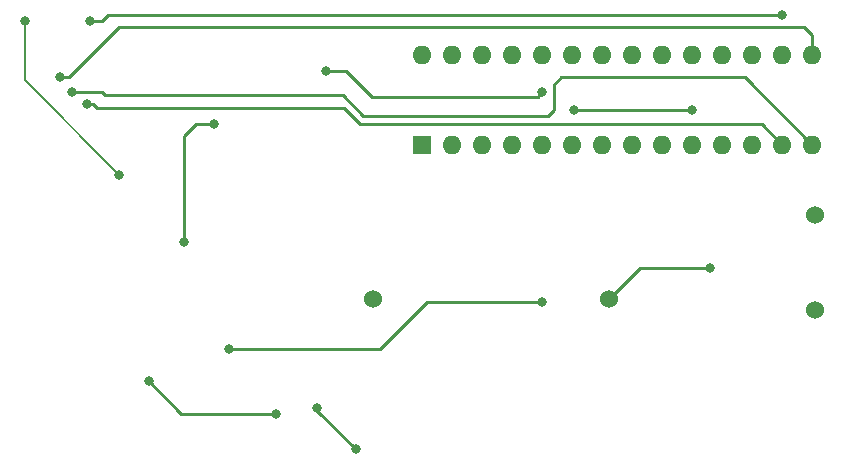
<source format=gbr>
G04 #@! TF.GenerationSoftware,KiCad,Pcbnew,5.0.2-bee76a0~70~ubuntu16.04.1*
G04 #@! TF.CreationDate,2019-03-02T11:38:04+08:00*
G04 #@! TF.ProjectId,OTP,4f54502e-6b69-4636-9164-5f7063625858,v01*
G04 #@! TF.SameCoordinates,Original*
G04 #@! TF.FileFunction,Copper,L2,Bot*
G04 #@! TF.FilePolarity,Positive*
%FSLAX46Y46*%
G04 Gerber Fmt 4.6, Leading zero omitted, Abs format (unit mm)*
G04 Created by KiCad (PCBNEW 5.0.2-bee76a0~70~ubuntu16.04.1) date Saturday, 02 March, 2019 11:38:04 AM PST*
%MOMM*%
%LPD*%
G01*
G04 APERTURE LIST*
G04 #@! TA.AperFunction,ComponentPad*
%ADD10C,1.524000*%
G04 #@! TD*
G04 #@! TA.AperFunction,ComponentPad*
%ADD11O,1.600000X1.600000*%
G04 #@! TD*
G04 #@! TA.AperFunction,ComponentPad*
%ADD12R,1.600000X1.600000*%
G04 #@! TD*
G04 #@! TA.AperFunction,ViaPad*
%ADD13C,0.800000*%
G04 #@! TD*
G04 #@! TA.AperFunction,Conductor*
%ADD14C,0.250000*%
G04 #@! TD*
G04 #@! TA.AperFunction,Conductor*
%ADD15C,0.200000*%
G04 #@! TD*
G04 APERTURE END LIST*
D10*
G04 #@! TO.P,BT1,2*
G04 #@! TO.N,GND*
X217424000Y-66930000D03*
G04 #@! TO.P,BT1,1*
G04 #@! TO.N,VDC*
X217424000Y-74930000D03*
G04 #@! TD*
G04 #@! TO.P,BT2,1*
G04 #@! TO.N,Batt*
X180000000Y-74000000D03*
G04 #@! TO.P,BT2,2*
G04 #@! TO.N,GND*
X200000000Y-74000000D03*
G04 #@! TD*
D11*
G04 #@! TO.P,U1,28*
G04 #@! TO.N,SCL*
X184150000Y-53340000D03*
G04 #@! TO.P,U1,14*
G04 #@! TO.N,RES*
X217170000Y-60960000D03*
G04 #@! TO.P,U1,27*
G04 #@! TO.N,SDA*
X186690000Y-53340000D03*
G04 #@! TO.P,U1,13*
G04 #@! TO.N,BUSY*
X214630000Y-60960000D03*
G04 #@! TO.P,U1,26*
G04 #@! TO.N,Net-(U1-Pad26)*
X189230000Y-53340000D03*
G04 #@! TO.P,U1,12*
G04 #@! TO.N,Net-(U1-Pad12)*
X212090000Y-60960000D03*
G04 #@! TO.P,U1,25*
G04 #@! TO.N,Net-(U1-Pad25)*
X191770000Y-53340000D03*
G04 #@! TO.P,U1,11*
G04 #@! TO.N,Net-(U1-Pad11)*
X209550000Y-60960000D03*
G04 #@! TO.P,U1,24*
G04 #@! TO.N,Net-(U1-Pad24)*
X194310000Y-53340000D03*
G04 #@! TO.P,U1,10*
G04 #@! TO.N,Net-(U1-Pad10)*
X207010000Y-60960000D03*
G04 #@! TO.P,U1,23*
G04 #@! TO.N,Net-(U1-Pad23)*
X196850000Y-53340000D03*
G04 #@! TO.P,U1,9*
G04 #@! TO.N,Net-(U1-Pad9)*
X204470000Y-60960000D03*
G04 #@! TO.P,U1,22*
G04 #@! TO.N,GND*
X199390000Y-53340000D03*
G04 #@! TO.P,U1,8*
X201930000Y-60960000D03*
G04 #@! TO.P,U1,21*
X201930000Y-53340000D03*
G04 #@! TO.P,U1,7*
G04 #@! TO.N,VDC*
X199390000Y-60960000D03*
G04 #@! TO.P,U1,20*
X204470000Y-53340000D03*
G04 #@! TO.P,U1,6*
G04 #@! TO.N,Net-(U1-Pad6)*
X196850000Y-60960000D03*
G04 #@! TO.P,U1,19*
G04 #@! TO.N,SCLK*
X207010000Y-53340000D03*
G04 #@! TO.P,U1,5*
G04 #@! TO.N,Net-(U1-Pad5)*
X194310000Y-60960000D03*
G04 #@! TO.P,U1,18*
G04 #@! TO.N,Net-(U1-Pad18)*
X209550000Y-53340000D03*
G04 #@! TO.P,U1,4*
G04 #@! TO.N,Net-(Q2-Pad2)*
X191770000Y-60960000D03*
G04 #@! TO.P,U1,17*
G04 #@! TO.N,SDI*
X212090000Y-53340000D03*
G04 #@! TO.P,U1,3*
G04 #@! TO.N,Net-(U1-Pad3)*
X189230000Y-60960000D03*
G04 #@! TO.P,U1,16*
G04 #@! TO.N,CS*
X214630000Y-53340000D03*
G04 #@! TO.P,U1,2*
G04 #@! TO.N,Net-(U1-Pad2)*
X186690000Y-60960000D03*
G04 #@! TO.P,U1,15*
G04 #@! TO.N,DC*
X217170000Y-53340000D03*
D12*
G04 #@! TO.P,U1,1*
G04 #@! TO.N,Net-(U1-Pad1)*
X184150000Y-60960000D03*
G04 #@! TD*
D13*
G04 #@! TO.N,VDC*
X194250000Y-74250000D03*
X167750000Y-78250000D03*
X150500000Y-50500000D03*
X158500000Y-63500000D03*
G04 #@! TO.N,GND*
X207000000Y-58000000D03*
X197000000Y-58000000D03*
X208534000Y-71374000D03*
G04 #@! TO.N,QGND*
X178500000Y-86750000D03*
X175250000Y-83250000D03*
X164000000Y-69250000D03*
X166500000Y-59250000D03*
G04 #@! TO.N,Net-(C2-Pad2)*
X161000000Y-81000000D03*
X171750000Y-83750000D03*
G04 #@! TO.N,BUSY*
X155750000Y-57500000D03*
G04 #@! TO.N,RES*
X154500000Y-56500000D03*
G04 #@! TO.N,DC*
X153500000Y-55250000D03*
G04 #@! TO.N,CS*
X214630000Y-50000000D03*
X156000000Y-50500000D03*
G04 #@! TO.N,Net-(U1-Pad5)*
X176022000Y-54728000D03*
X194310000Y-56500000D03*
G04 #@! TD*
D14*
G04 #@! TO.N,VDC*
X168000000Y-78250000D02*
X168000000Y-78250000D01*
X180576000Y-78250000D02*
X167750000Y-78250000D01*
X184576000Y-74250000D02*
X180576000Y-78250000D01*
X194250000Y-74250000D02*
X184576000Y-74250000D01*
D15*
X150500000Y-55500000D02*
X158500000Y-63500000D01*
X150500000Y-55500000D02*
X150500000Y-50500000D01*
D14*
G04 #@! TO.N,GND*
X207000000Y-58000000D02*
X197000000Y-58000000D01*
X202626000Y-71374000D02*
X200000000Y-74000000D01*
X208534000Y-71374000D02*
X202626000Y-71374000D01*
G04 #@! TO.N,QGND*
X175250000Y-83500000D02*
X175250000Y-83250000D01*
X178500000Y-86750000D02*
X175250000Y-83500000D01*
X165000000Y-59250000D02*
X166500000Y-59250000D01*
X164000000Y-60250000D02*
X165000000Y-59250000D01*
X164000000Y-69250000D02*
X164000000Y-60250000D01*
G04 #@! TO.N,Net-(C2-Pad2)*
X171750000Y-83750000D02*
X171750000Y-83750000D01*
X163750000Y-83750000D02*
X161000000Y-81000000D01*
X171750000Y-83750000D02*
X163750000Y-83750000D01*
G04 #@! TO.N,BUSY*
X178850001Y-59250000D02*
X177500000Y-57899999D01*
X158000000Y-57899999D02*
X177500000Y-57899999D01*
X212920000Y-59250000D02*
X178850001Y-59250000D01*
X214630000Y-60960000D02*
X212920000Y-59250000D01*
X158000000Y-57899999D02*
X157850001Y-57899999D01*
X157649999Y-57899999D02*
X158000000Y-57899999D01*
X156649999Y-57899999D02*
X157649999Y-57899999D01*
X156250000Y-57500000D02*
X156649999Y-57899999D01*
X155750000Y-57500000D02*
X156250000Y-57500000D01*
G04 #@! TO.N,RES*
X177407590Y-56750000D02*
X157250000Y-56750000D01*
X179157590Y-58500000D02*
X177407590Y-56750000D01*
X194795002Y-58500000D02*
X179157590Y-58500000D01*
X195274999Y-58020003D02*
X194795002Y-58500000D01*
X217170000Y-60960000D02*
X211460000Y-55250000D01*
X195274999Y-55901999D02*
X195274999Y-58020003D01*
X211460000Y-55250000D02*
X195926998Y-55250000D01*
X195926998Y-55250000D02*
X195274999Y-55901999D01*
X157000000Y-56500000D02*
X154500000Y-56500000D01*
X157250000Y-56750000D02*
X157000000Y-56500000D01*
G04 #@! TO.N,DC*
X217170000Y-51670000D02*
X216500000Y-51000000D01*
X216500000Y-51000000D02*
X158500000Y-51000000D01*
X217170000Y-53340000D02*
X217170000Y-51670000D01*
X158500000Y-51000000D02*
X154250000Y-55250000D01*
X154250000Y-55250000D02*
X153500000Y-55250000D01*
G04 #@! TO.N,CS*
X214630000Y-50000000D02*
X157500000Y-50000000D01*
X157500000Y-50000000D02*
X157000000Y-50500000D01*
X157000000Y-50500000D02*
X156000000Y-50500000D01*
G04 #@! TO.N,Net-(U1-Pad5)*
X193910001Y-56899999D02*
X179899999Y-56899999D01*
X194310000Y-56500000D02*
X193910001Y-56899999D01*
X177728000Y-54728000D02*
X176022000Y-54728000D01*
X179899999Y-56899999D02*
X177728000Y-54728000D01*
G04 #@! TD*
M02*

</source>
